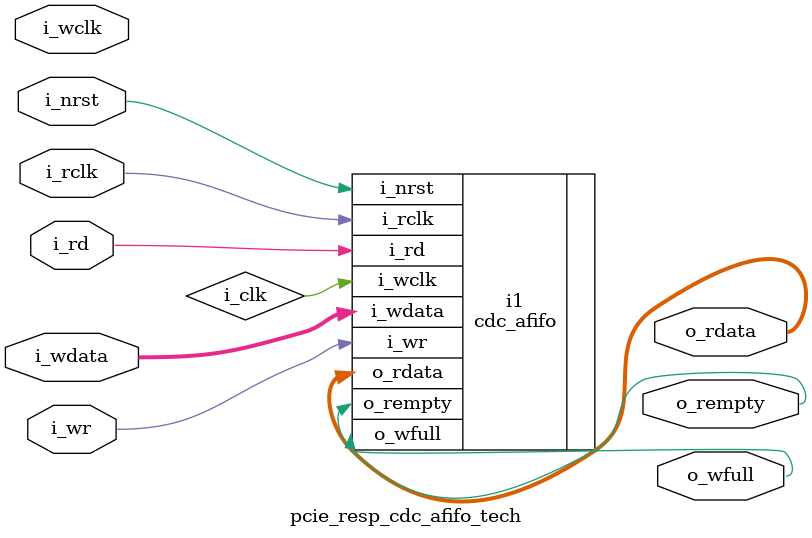
<source format=sv>

module pcie_resp_cdc_afifo_tech (
  input i_nrst,
  input i_wclk,
  input i_wr,
  input [72:0] i_wdata,
  output o_wfull,
  input i_rclk,
  input i_rd,
  output [72:0] o_rdata,
  output o_rempty
);

// DMA (40 MHz) -> PCIE EP (200 MHz)
cdc_afifo #(
    .abits(2),
    .dbits(73)
) i1 (
    .i_nrst(i_nrst),
    .i_wclk(i_clk),
    .i_wr(i_wr),
    .i_wdata(i_wdata),
    .o_wfull(o_wfull),
    .i_rclk(i_rclk),
    .i_rd(i_rd),
    .o_rdata(o_rdata),
    .o_rempty(o_rempty)
);

endmodule

</source>
